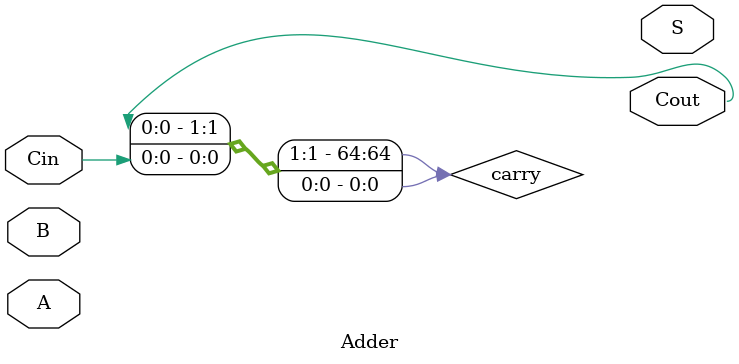
<source format=v>
module alu_test (a, b, Cin, sel,out, cOut, status);

input [63:0] a, b;
input [4:0] sel;
input [1:0] Cin; 
output [63:0] out; 
output [1:0] cOut; 

wire [63:0] a_or_a_invert, b_or_b_invert; 
wire [63:0] orOut, andOut, xorOut, adderOut, shiftRight, shiftLeft; 
 
//Flags declaration - 4 bits, either true or false
output [3:0] status;
 
wire flagC = status[0]; // Don't know if "reg" should be added (output reg...)
wire flagZ = status[1]; // Declare "output reg" if it is being assigned in sequential code, such as "always" block. 
wire flagO = status[2];
wire flagN = status[3];

assign flagZ = (out == 64'b0);
//assign flagC = (Cout >= S[64]); //Check if there's a carry out that equals to a size greater than 64 bit sum value. If so, then there's a carry value and Carry flag should cut on.
assign flagC = cOut; //Checks if the result > width.
//assign flagO = ({Cin,Cout[63]} == 64'd64); // Checks if the Carry input and last index (bit) of the carry out, combined, is equal to an overflow bit. (Overflow value may need to be changed)
assign flagO = ~(a_or_a_invert ^ b_or_b_invert) & (a_or_a_invert ^ adderOut);  
//({Cin,Cout} < 64'd64); //Checks if the maximum vale of the 64 bit value that can be stored is > than width. If not, then the width is greater which means an overflow.
//assign flagN = (Cout[63] == 1 && (~A || ~B)); //Checks if the last bit of Cout is 1 and if the operation is subtraction. Can add subtraction (1000 - 1111 = 0111) so check if it contains a 1 and then it a negative number. ~A or ~B is -A or -B
assign flagN = out[63];//((A+B) < 0);


shift_right rightShift_op (a, b[5:0], shiftRight);
shift_left leftShift_op (a, b[5:0], shiftLeft);  
mux_A_2_to_1 muxA (a,sel[0], a_or_a_invert); 
mux_B_2_to_1 muxB (b, sel[1], b_or_b_invert); 
mux_6_1 result_mux (orOut, andOut, xorOut, adderOut, shifRight, shiftLeft, sel[4:2], out);  
orOp or_op (a_or_a_invert, b_or_b_invert, orOut); 
andOp and_Op (a_or_a_invert, b_or_b_invert, andOut); 
xorOp xor_Op (a_or_a_invert, b_or_b_invert, xorOut);
Adder adder_sub (adderOut, cOut, a, b_or_b_invert, Cin);

 
endmodule 

module shift_right (A_or_B, shift_amount, right_shift);

input [63:0] A_or_B; 
input [5:0] shift_amount; 
output [63:0] right_shift; 

assign right_shift = A_or_B >> shift_amount;
  

endmodule

module shift_left (A_or_B, shift_amount, left_shift);

input [63:0] A_or_B; 
input [5:0] shift_amount; 
output [63:0] left_shift; 

assign left_shift = A_or_B << shift_amount;
  

endmodule


module mux_A_2_to_1 (A, fsel, R);
input [63:0] A; 
input fsel; 
output reg [63:0] R;

always @ (A or fsel) 
	begin 
		case (fsel) 
	 
		1'd1: R <= ~A; 
		endcase
	end
endmodule 
		
module mux_B_2_to_1 (B, fsel, R);
input [63:0] B; 
input fsel;
output reg [63:0] R; 

always @ (B or fsel)
	begin 
		case (fsel)
	
		1'd1: R <= ~B;
	endcase
 end 	
endmodule  
 
module mux_6_1 (a0, b0, c0, d0, e0, f0, fsel, R); 
input [63:0] a0, b0, c0, d0, e0, f0;
input [2:0] fsel; 
output reg [63:0] R; 

always @ (a0 or b0 or c0 or d0 or e0 or f0 or fsel)
begin 
  case (fsel) 
   3'b001: R = a0; 
	3'b010: R = b0; 
	3'b011: R = c0;
	3'b100: R = d0;
	3'b101: R = e0;
	3'b110: R = f0; 
	
	default: R = 64'bx; 
  endcase 
end
endmodule

module orOp ( A, B, result);
input [63:0] A , B; 
output [63:0] result;

assign result = A | B; 

//Flags
 //Checks if the reuslt is = to 0 that is 64 bit value in binary.

endmodule

module andOp ( A, B, result); 
input [63:0] A, B ; 
output [63:0] result;

assign result = A & B; 

//Flags


endmodule 

module xorOp (A, B, result); 
input [63:0] A, B; 
output [63:0] result; 

assign result = A ^ B;

//Flags


endmodule 

module full_adder (A, B, Cin, S, Cout); 

input  A, B, Cin;
output S, Cout;

assign S = A^(B&Cin);
assign Cout = (A^B)&Cin | A&B; 

 //Checks and see if 0 is greater than the sum of A+B. If so, then the sum of A+B is must be negative.

endmodule 

module Adder(S, Cout, A, B, Cin);
	input [63:0] A, B;
	input Cin;
	output [63:0] S;
	output Cout;
	
	wire [64:0]carry;
	assign carry[0] = Cin;
	assign Cout = carry[64];
	// use generate block to instantiate 64 full adders
	genvar i;
	generate
	for (i=0; i<64; i=i+1) begin: full_adders // blocks within a generate block need to be named
		full_adder adder_inst (S[i], carry[i+1], A[i], B[i], carry[i]);	
	end
	endgenerate
	// this will generate the following code:
	// FullAdder full_adders[0].adder_inst (S[0], carry[1], A[0], B[0], carry[0]);
	// FullAdder full_adders[1].adder_inst (S[1], carry[2], A[1], B[1], carry[1]);
	// ...
	// FullAdder full_adders[63].adder_inst (S[63], carry[64], A[63], B[63], carry[63]);
endmodule
</source>
